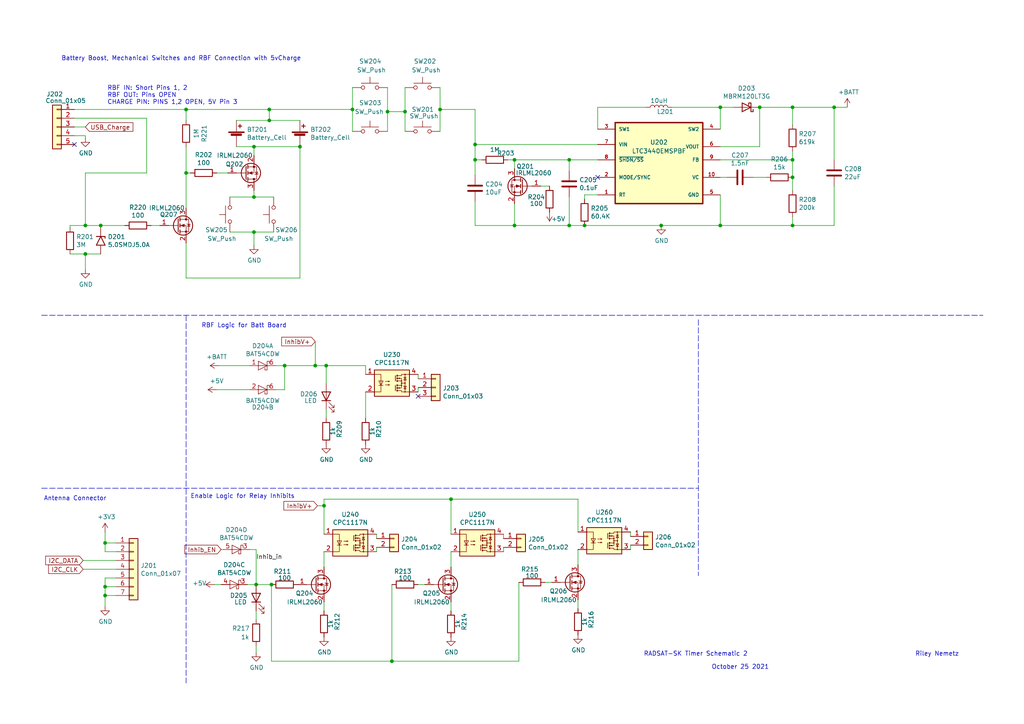
<source format=kicad_sch>
(kicad_sch (version 20211123) (generator eeschema)
  (paper "A4")
  (lib_symbols
    (symbol "BAT54CDW:BAT54CDW" (pin_names (offset 1.016) hide)
      (property "Reference" "D" (at 0 2.54 0))
      (property "Value" "BAT54CDW" (at 0 -2.54 0))
      (symbol "BAT54CDW_0_1"
        (polyline (pts (xy 1.27 -1.27) (xy 1.27 1.27)))
        (polyline (pts (xy 1.27 0) (xy -1.27 0)))
        (polyline (pts (xy 1.27 1.27) (xy -1.27 0) (xy 1.27 -1.27)))
        (polyline (pts (xy -0.635 0.635) (xy -0.635 1.27) (xy -1.27 1.27) (xy -1.27 -1.27) (xy -1.905 -1.27) (xy -1.905 -0.635)))
      )
      (symbol "BAT54CDW_1_1"
        (pin passive line (at 3.81 0 180) (length 2.54) (name "A") (number "1"))
        (pin passive line (at -3.81 0 0) (length 2.54) (name "K") (number "6"))
      )
      (symbol "BAT54CDW_2_1"
        (pin passive line (at 3.81 0 180) (length 2.54) (name "A") (number "2"))
        (pin passive line (at -3.81 0 0) (length 2.54) (name "K") (number "6"))
      )
      (symbol "BAT54CDW_3_1"
        (pin passive line (at -3.81 0 0) (length 2.54) (name "K") (number "3"))
        (pin passive line (at 3.81 0 180) (length 2.54) (name "A") (number "4"))
      )
      (symbol "BAT54CDW_4_1"
        (pin passive line (at -3.81 0 0) (length 2.54) (name "K") (number "3"))
        (pin passive line (at 3.81 0 180) (length 2.54) (name "A") (number "5"))
      )
    )
    (symbol "Connector_Generic:Conn_01x02" (pin_names (offset 1.016) hide)
      (property "Reference" "J" (at 0 2.54 0))
      (property "Value" "Conn_01x02" (at 0 -5.08 0))
      (symbol "Conn_01x02_1_1"
        (rectangle (start -1.27 -2.413) (end 0 -2.667) (stroke (width 0.1524)))
        (rectangle (start -1.27 0.127) (end 0 -0.127) (stroke (width 0.1524)))
        (rectangle (start -1.27 1.27) (end 1.27 -3.81) (stroke (width 0.254)) (fill (type background)))
        (pin passive line (at -5.08 0 0) (length 3.81) (name "Pin_1") (number "1"))
        (pin passive line (at -5.08 -2.54 0) (length 3.81) (name "Pin_2") (number "2"))
      )
    )
    (symbol "Connector_Generic:Conn_01x03" (pin_names (offset 1.016) hide)
      (property "Reference" "J" (at 0 5.08 0))
      (property "Value" "Conn_01x03" (at 0 -5.08 0))
      (symbol "Conn_01x03_1_1"
        (rectangle (start -1.27 -2.413) (end 0 -2.667) (stroke (width 0.1524)))
        (rectangle (start -1.27 0.127) (end 0 -0.127) (stroke (width 0.1524)))
        (rectangle (start -1.27 2.667) (end 0 2.413) (stroke (width 0.1524)))
        (rectangle (start -1.27 3.81) (end 1.27 -3.81) (stroke (width 0.254)) (fill (type background)))
        (pin passive line (at -5.08 2.54 0) (length 3.81) (name "Pin_1") (number "1"))
        (pin passive line (at -5.08 0 0) (length 3.81) (name "Pin_2") (number "2"))
        (pin passive line (at -5.08 -2.54 0) (length 3.81) (name "Pin_3") (number "3"))
      )
    )
    (symbol "Connector_Generic:Conn_01x05" (pin_names (offset 1.016) hide)
      (property "Reference" "J" (at 0 7.62 0))
      (property "Value" "Conn_01x05" (at 0 -7.62 0))
      (symbol "Conn_01x05_1_1"
        (rectangle (start -1.27 -4.953) (end 0 -5.207) (stroke (width 0.1524)))
        (rectangle (start -1.27 -2.413) (end 0 -2.667) (stroke (width 0.1524)))
        (rectangle (start -1.27 0.127) (end 0 -0.127) (stroke (width 0.1524)))
        (rectangle (start -1.27 2.667) (end 0 2.413) (stroke (width 0.1524)))
        (rectangle (start -1.27 5.207) (end 0 4.953) (stroke (width 0.1524)))
        (rectangle (start -1.27 6.35) (end 1.27 -6.35) (stroke (width 0.254)) (fill (type background)))
        (pin passive line (at -5.08 5.08 0) (length 3.81) (name "Pin_1") (number "1"))
        (pin passive line (at -5.08 2.54 0) (length 3.81) (name "Pin_2") (number "2"))
        (pin passive line (at -5.08 0 0) (length 3.81) (name "Pin_3") (number "3"))
        (pin passive line (at -5.08 -2.54 0) (length 3.81) (name "Pin_4") (number "4"))
        (pin passive line (at -5.08 -5.08 0) (length 3.81) (name "Pin_5") (number "5"))
      )
    )
    (symbol "Connector_Generic:Conn_01x07" (pin_names (offset 1.016) hide)
      (property "Reference" "J" (at 0 10.16 0))
      (property "Value" "Conn_01x07" (at 0 -10.16 0))
      (symbol "Conn_01x07_1_1"
        (rectangle (start -1.27 -7.493) (end 0 -7.747) (stroke (width 0.1524)))
        (rectangle (start -1.27 -4.953) (end 0 -5.207) (stroke (width 0.1524)))
        (rectangle (start -1.27 -2.413) (end 0 -2.667) (stroke (width 0.1524)))
        (rectangle (start -1.27 0.127) (end 0 -0.127) (stroke (width 0.1524)))
        (rectangle (start -1.27 2.667) (end 0 2.413) (stroke (width 0.1524)))
        (rectangle (start -1.27 5.207) (end 0 4.953) (stroke (width 0.1524)))
        (rectangle (start -1.27 7.747) (end 0 7.493) (stroke (width 0.1524)))
        (rectangle (start -1.27 8.89) (end 1.27 -8.89) (stroke (width 0.254)) (fill (type background)))
        (pin passive line (at -5.08 7.62 0) (length 3.81) (name "Pin_1") (number "1"))
        (pin passive line (at -5.08 5.08 0) (length 3.81) (name "Pin_2") (number "2"))
        (pin passive line (at -5.08 2.54 0) (length 3.81) (name "Pin_3") (number "3"))
        (pin passive line (at -5.08 0 0) (length 3.81) (name "Pin_4") (number "4"))
        (pin passive line (at -5.08 -2.54 0) (length 3.81) (name "Pin_5") (number "5"))
        (pin passive line (at -5.08 -5.08 0) (length 3.81) (name "Pin_6") (number "6"))
        (pin passive line (at -5.08 -7.62 0) (length 3.81) (name "Pin_7") (number "7"))
      )
    )
    (symbol "Device:Battery_Cell" (pin_numbers hide) (pin_names (offset 0) hide)
      (property "Reference" "BT" (at 2.54 2.54 0))
      (property "Value" "Battery_Cell" (at 2.54 0 0))
      (symbol "Battery_Cell_0_1"
        (rectangle (start -2.286 1.778) (end 2.286 1.524) (fill (type outline)))
        (rectangle (start -1.5748 1.1938) (end 1.4732 0.6858) (fill (type outline)))
        (polyline (pts (xy 0 0.762) (xy 0 0)))
        (polyline (pts (xy 0 1.778) (xy 0 2.54)))
        (polyline (pts (xy 0.508 3.429) (xy 1.524 3.429)) (stroke (width 0.254)))
        (polyline (pts (xy 1.016 3.937) (xy 1.016 2.921)) (stroke (width 0.254)))
      )
      (symbol "Battery_Cell_1_1"
        (pin passive line (at 0 5.08 270) (length 2.54) (name "+") (number "1"))
        (pin passive line (at 0 -2.54 90) (length 2.54) (name "-") (number "2"))
      )
    )
    (symbol "Device:C" (pin_numbers hide) (pin_names (offset 0.254))
      (property "Reference" "C" (at 0.635 2.54 0))
      (property "Value" "C" (at 0.635 -2.54 0))
      (symbol "C_0_1"
        (polyline (pts (xy -2.032 -0.762) (xy 2.032 -0.762)) (stroke (width 0.508)))
        (polyline (pts (xy -2.032 0.762) (xy 2.032 0.762)) (stroke (width 0.508)))
      )
      (symbol "C_1_1"
        (pin passive line (at 0 3.81 270) (length 2.794) (name "~") (number "1"))
        (pin passive line (at 0 -3.81 90) (length 2.794) (name "~") (number "2"))
      )
    )
    (symbol "Device:D_Schottky" (pin_numbers hide) (pin_names (offset 1.016) hide)
      (property "Reference" "D" (at 0 2.54 0))
      (property "Value" "D_Schottky" (at 0 -2.54 0))
      (symbol "D_Schottky_0_1"
        (polyline (pts (xy 1.27 0) (xy -1.27 0)))
        (polyline (pts (xy 1.27 1.27) (xy 1.27 -1.27) (xy -1.27 0) (xy 1.27 1.27)) (stroke (width 0.254)))
        (polyline (pts (xy -1.905 0.635) (xy -1.905 1.27) (xy -1.27 1.27) (xy -1.27 -1.27) (xy -0.635 -1.27) (xy -0.635 -0.635)) (stroke (width 0.254)))
      )
      (symbol "D_Schottky_1_1"
        (pin passive line (at -3.81 0 0) (length 2.54) (name "K") (number "1"))
        (pin passive line (at 3.81 0 180) (length 2.54) (name "A") (number "2"))
      )
    )
    (symbol "Device:L" (pin_numbers hide) (pin_names (offset 1.016) hide)
      (property "Reference" "L" (at -1.27 0 90))
      (property "Value" "L" (at 1.905 0 90))
      (symbol "L_0_1"
        (arc (start 0 -2.54) (mid 0.635 -1.905) (end 0 -1.27))
        (arc (start 0 -1.27) (mid 0.635 -0.635) (end 0 0))
        (arc (start 0 0) (mid 0.635 0.635) (end 0 1.27))
        (arc (start 0 1.27) (mid 0.635 1.905) (end 0 2.54))
      )
      (symbol "L_1_1"
        (pin passive line (at 0 3.81 270) (length 1.27) (name "1") (number "1"))
        (pin passive line (at 0 -3.81 90) (length 1.27) (name "2") (number "2"))
      )
    )
    (symbol "Device:LED" (pin_numbers hide) (pin_names (offset 1.016) hide)
      (property "Reference" "D" (at 0 2.54 0))
      (property "Value" "LED" (at 0 -2.54 0))
      (symbol "LED_0_1"
        (polyline (pts (xy -1.27 -1.27) (xy -1.27 1.27)) (stroke (width 0.254)))
        (polyline (pts (xy -1.27 0) (xy 1.27 0)))
        (polyline (pts (xy 1.27 -1.27) (xy 1.27 1.27) (xy -1.27 0) (xy 1.27 -1.27)) (stroke (width 0.254)))
        (polyline (pts (xy -3.048 -0.762) (xy -4.572 -2.286) (xy -3.81 -2.286) (xy -4.572 -2.286) (xy -4.572 -1.524)))
        (polyline (pts (xy -1.778 -0.762) (xy -3.302 -2.286) (xy -2.54 -2.286) (xy -3.302 -2.286) (xy -3.302 -1.524)))
      )
      (symbol "LED_1_1"
        (pin passive line (at -3.81 0 0) (length 2.54) (name "K") (number "1"))
        (pin passive line (at 3.81 0 180) (length 2.54) (name "A") (number "2"))
      )
    )
    (symbol "Device:R" (pin_numbers hide) (pin_names (offset 0))
      (property "Reference" "R" (at 2.032 0 90))
      (property "Value" "R" (at 0 0 90))
      (symbol "R_0_1"
        (rectangle (start -1.016 -2.54) (end 1.016 2.54) (stroke (width 0.254)))
      )
      (symbol "R_1_1"
        (pin passive line (at 0 3.81 270) (length 1.27) (name "~") (number "1"))
        (pin passive line (at 0 -3.81 90) (length 1.27) (name "~") (number "2"))
      )
    )
    (symbol "Diode:SM6T6V8A" (pin_numbers hide) (pin_names (offset 1.016) hide)
      (property "Reference" "D" (at 0 2.54 0))
      (property "Value" "SM6T6V8A" (at 0 -2.54 0))
      (symbol "SM6T6V8A_0_1"
        (polyline (pts (xy -0.762 1.27) (xy -1.27 1.27) (xy -1.27 -1.27)) (stroke (width 0.254)))
        (polyline (pts (xy 1.27 1.27) (xy 1.27 -1.27) (xy -1.27 0) (xy 1.27 1.27)) (stroke (width 0.254)))
      )
      (symbol "SM6T6V8A_1_1"
        (pin passive line (at -3.81 0 0) (length 2.54) (name "A1") (number "1"))
        (pin passive line (at 3.81 0 180) (length 2.54) (name "A2") (number "2"))
      )
    )
    (symbol "LTC3440EMSPBF:LTC3440EMSPBF" (pin_names (offset 1.016))
      (property "Reference" "U" (at -4.7244 14.351 0))
      (property "Value" "LTC3440EMSPBF" (at -4.8006 -23.4188 0))
      (symbol "LTC3440EMSPBF_0_0"
        (rectangle (start -12.7 -10.795) (end 12.7 12.7) (stroke (width 0.4064)) (fill (type background)))
        (pin passive line (at -17.78 -8.255 0) (length 5.08) (name "RT") (number "1"))
        (pin output line (at 17.78 -3.175 180) (length 5.08) (name "VC") (number "10"))
        (pin input line (at -17.78 -3.175 0) (length 5.08) (name "MODE/SYNC") (number "2"))
        (pin passive line (at -17.78 10.795 0) (length 5.08) (name "SW1") (number "3"))
        (pin passive line (at 17.78 10.795 180) (length 5.08) (name "SW2") (number "4"))
        (pin passive line (at 17.78 -8.255 180) (length 5.08) (name "GND") (number "5"))
        (pin output line (at 17.78 5.715 180) (length 5.08) (name "VOUT") (number "6"))
        (pin power_in line (at -17.78 6.35 0) (length 5.08) (name "VIN") (number "7"))
        (pin input line (at -17.78 1.905 0) (length 5.08) (name "~{SHDN/SS}") (number "8"))
        (pin input line (at 17.78 1.905 180) (length 5.08) (name "FB") (number "9"))
      )
    )
    (symbol "Relay_SolidState:CPC1117N"
      (property "Reference" "U" (at -5.08 5.08 0))
      (property "Value" "CPC1117N" (at 0 5.08 0))
      (symbol "CPC1117N_0_1"
        (rectangle (start -5.08 3.81) (end 5.08 -3.81) (stroke (width 0.254)) (fill (type background)))
        (polyline (pts (xy -3.81 -0.635) (xy -2.54 -0.635)))
        (polyline (pts (xy 1.016 -0.635) (xy 1.016 -2.159)) (stroke (width 0.2032)))
        (polyline (pts (xy 1.016 2.159) (xy 1.016 0.635)) (stroke (width 0.2032)))
        (polyline (pts (xy 1.524 -0.508) (xy 1.524 -0.762)) (stroke (width 0.3556)))
        (polyline (pts (xy 2.794 0) (xy 3.81 0)))
        (polyline (pts (xy 3.429 -1.651) (xy 4.191 -1.651)))
        (polyline (pts (xy 3.429 1.651) (xy 4.191 1.651)))
        (polyline (pts (xy 3.81 -2.54) (xy 3.81 2.54)))
        (polyline (pts (xy 1.524 -2.032) (xy 1.524 -2.286) (xy 1.524 -2.286)) (stroke (width 0.3556)))
        (polyline (pts (xy 1.524 -1.27) (xy 1.524 -1.524) (xy 1.524 -1.524)) (stroke (width 0.3556)))
        (polyline (pts (xy 1.524 0.762) (xy 1.524 0.508) (xy 1.524 0.508)) (stroke (width 0.3556)))
        (polyline (pts (xy 1.524 1.524) (xy 1.524 1.27) (xy 1.524 1.27)) (stroke (width 0.3556)))
        (polyline (pts (xy 1.524 2.286) (xy 1.524 2.032) (xy 1.524 2.032)) (stroke (width 0.3556)))
        (polyline (pts (xy 1.651 -1.397) (xy 2.794 -1.397) (xy 2.794 -0.635)))
        (polyline (pts (xy 1.651 1.397) (xy 2.794 1.397) (xy 2.794 0.635)))
        (polyline (pts (xy -5.08 2.54) (xy -3.175 2.54) (xy -3.175 -2.54) (xy -5.08 -2.54)))
        (polyline (pts (xy -3.175 -0.635) (xy -3.81 0.635) (xy -2.54 0.635) (xy -3.175 -0.635)))
        (polyline (pts (xy 1.651 -2.159) (xy 2.794 -2.159) (xy 2.794 -2.54) (xy 5.08 -2.54)))
        (polyline (pts (xy 1.651 -0.635) (xy 2.794 -0.635) (xy 2.794 0.635) (xy 1.651 0.635)))
        (polyline (pts (xy 1.651 2.159) (xy 2.794 2.159) (xy 2.794 2.54) (xy 5.08 2.54)))
        (polyline (pts (xy 1.778 -1.397) (xy 2.286 -1.27) (xy 2.286 -1.524) (xy 1.778 -1.397)))
        (polyline (pts (xy 1.778 1.397) (xy 2.286 1.524) (xy 2.286 1.27) (xy 1.778 1.397)))
        (polyline (pts (xy 3.81 -1.651) (xy 3.429 -0.889) (xy 4.191 -0.889) (xy 3.81 -1.651)))
        (polyline (pts (xy 3.81 1.651) (xy 3.429 0.889) (xy 4.191 0.889) (xy 3.81 1.651)))
        (polyline (pts (xy -1.905 -0.508) (xy -0.635 -0.508) (xy -1.016 -0.635) (xy -1.016 -0.381) (xy -0.635 -0.508)))
        (polyline (pts (xy -1.905 0.508) (xy -0.635 0.508) (xy -1.016 0.381) (xy -1.016 0.635) (xy -0.635 0.508)))
        (circle (center 2.794 -0.635) (radius 0.127))
        (circle (center 2.794 0) (radius 0.127))
        (circle (center 2.794 0.635) (radius 0.127))
        (circle (center 3.81 -2.54) (radius 0.127))
        (circle (center 3.81 0) (radius 0.127))
        (circle (center 3.81 2.54) (radius 0.127))
      )
      (symbol "CPC1117N_1_1"
        (pin passive line (at -7.62 2.54 0) (length 2.54) (name "~") (number "1"))
        (pin passive line (at -7.62 -2.54 0) (length 2.54) (name "~") (number "2"))
        (pin passive line (at 7.62 -2.54 180) (length 2.54) (name "~") (number "3"))
        (pin passive line (at 7.62 2.54 180) (length 2.54) (name "~") (number "4"))
      )
    )
    (symbol "Switch:SW_Push" (pin_numbers hide) (pin_names (offset 1.016) hide)
      (property "Reference" "SW" (at 1.27 2.54 0))
      (property "Value" "SW_Push" (at 0 -1.524 0))
      (symbol "SW_Push_0_1"
        (circle (center -2.032 0) (radius 0.508))
        (polyline (pts (xy 0 1.27) (xy 0 3.048)))
        (polyline (pts (xy 2.54 1.27) (xy -2.54 1.27)))
        (circle (center 2.032 0) (radius 0.508))
        (pin passive line (at -5.08 0 0) (length 2.54) (name "1") (number "1"))
        (pin passive line (at 5.08 0 180) (length 2.54) (name "2") (number "2"))
      )
    )
    (symbol "Transistor_FET:IRLML2060" (pin_names hide)
      (property "Reference" "Q" (at 5.08 1.905 0))
      (property "Value" "IRLML2060" (at 5.08 0 0))
      (symbol "IRLML2060_0_1"
        (polyline (pts (xy 0.254 0) (xy -2.54 0)))
        (polyline (pts (xy 0.254 1.905) (xy 0.254 -1.905)) (stroke (width 0.254)))
        (polyline (pts (xy 0.762 -1.27) (xy 0.762 -2.286)) (stroke (width 0.254)))
        (polyline (pts (xy 0.762 0.508) (xy 0.762 -0.508)) (stroke (width 0.254)))
        (polyline (pts (xy 0.762 2.286) (xy 0.762 1.27)) (stroke (width 0.254)))
        (polyline (pts (xy 2.54 2.54) (xy 2.54 1.778)))
        (polyline (pts (xy 2.54 -2.54) (xy 2.54 0) (xy 0.762 0)))
        (polyline (pts (xy 0.762 -1.778) (xy 3.302 -1.778) (xy 3.302 1.778) (xy 0.762 1.778)))
        (polyline (pts (xy 1.016 0) (xy 2.032 0.381) (xy 2.032 -0.381) (xy 1.016 0)) (fill (type outline)))
        (polyline (pts (xy 2.794 0.508) (xy 2.921 0.381) (xy 3.683 0.381) (xy 3.81 0.254)))
        (polyline (pts (xy 3.302 0.381) (xy 2.921 -0.254) (xy 3.683 -0.254) (xy 3.302 0.381)))
        (circle (center 1.651 0) (radius 2.794) (stroke (width 0.254)))
        (circle (center 2.54 -1.778) (radius 0.254) (fill (type outline)))
        (circle (center 2.54 1.778) (radius 0.254) (fill (type outline)))
      )
      (symbol "IRLML2060_1_1"
        (pin input line (at -5.08 0 0) (length 2.54) (name "G") (number "1"))
        (pin passive line (at 2.54 -5.08 90) (length 2.54) (name "S") (number "2"))
        (pin passive line (at 2.54 5.08 270) (length 2.54) (name "D") (number "3"))
      )
    )
    (symbol "power:+3V3" (power) (pin_names (offset 0))
      (property "Value" "+3V3" (at 0 3.556 0))
      (symbol "+3V3_0_1"
        (polyline (pts (xy -0.762 1.27) (xy 0 2.54)))
        (polyline (pts (xy 0 0) (xy 0 2.54)))
        (polyline (pts (xy 0 2.54) (xy 0.762 1.27)))
      )
      (symbol "+3V3_1_1"
        (pin power_in line (at 0 0 90) (length 0) hide (name "+3V3") (number "1"))
      )
    )
    (symbol "power:+5V" (power) (pin_names (offset 0))
      (property "Value" "+5V" (at 0 3.556 0))
      (symbol "+5V_0_1"
        (polyline (pts (xy -0.762 1.27) (xy 0 2.54)))
        (polyline (pts (xy 0 0) (xy 0 2.54)))
        (polyline (pts (xy 0 2.54) (xy 0.762 1.27)))
      )
      (symbol "+5V_1_1"
        (pin power_in line (at 0 0 90) (length 0) hide (name "+5V") (number "1"))
      )
    )
    (symbol "power:+BATT" (power) (pin_names (offset 0))
      (property "Value" "+BATT" (at 0 3.556 0))
      (symbol "+BATT_0_1"
        (polyline (pts (xy -0.762 1.27) (xy 0 2.54)))
        (polyline (pts (xy 0 0) (xy 0 2.54)))
        (polyline (pts (xy 0 2.54) (xy 0.762 1.27)))
      )
      (symbol "+BATT_1_1"
        (pin power_in line (at 0 0 90) (length 0) hide (name "+BATT") (number "1"))
      )
    )
    (symbol "power:GND" (power) (pin_names (offset 0))
      (property "Value" "GND" (at 0 -3.81 0))
      (symbol "GND_0_1"
        (polyline (pts (xy 0 0) (xy 0 -1.27) (xy 1.27 -1.27) (xy 0 -2.54) (xy -1.27 -1.27) (xy 0 -1.27)))
      )
      (symbol "GND_1_1"
        (pin power_in line (at 0 0 270) (length 0) hide (name "GND") (number "1"))
      )
    )
  )
  (junction (at 113.665 191.77))
  (junction (at 73.66 67.31))
  (junction (at 30.48 170.18))
  (junction (at 30.48 172.72))
  (junction (at 93.98 146.685))
  (junction (at 229.87 31.115))
  (junction (at 229.87 65.405))
  (junction (at 78.105 34.925))
  (junction (at 165.1 65.405))
  (junction (at 53.975 50.165))
  (junction (at 24.765 73.66))
  (junction (at 220.345 31.115))
  (junction (at 165.1 46.355))
  (junction (at 30.48 157.48))
  (junction (at 73.66 42.545))
  (junction (at 73.66 57.15))
  (junction (at 102.235 31.75))
  (junction (at 169.545 65.405))
  (junction (at 191.77 65.405))
  (junction (at 29.21 65.405))
  (junction (at 78.74 169.545))
  (junction (at 149.225 46.355))
  (junction (at 78.105 31.75))
  (junction (at 91.44 106.045))
  (junction (at 74.295 169.545))
  (junction (at 117.475 32.385))
  (junction (at 149.225 65.405))
  (junction (at 112.395 32.385))
  (junction (at 137.795 46.355))
  (junction (at 229.87 46.355))
  (junction (at 127.635 31.75))
  (junction (at 137.795 41.91))
  (junction (at 53.975 31.75))
  (junction (at 241.935 31.115))
  (junction (at 86.995 42.545))
  (junction (at 208.915 31.115))
  (junction (at 24.765 65.405))
  (junction (at 82.55 106.045))
  (junction (at 130.81 144.78))
  (junction (at 229.87 51.435))
  (junction (at 208.915 65.405))
  (junction (at 94.615 106.045))
  (no_connect (at 21.59 41.91))
  (no_connect (at 173.355 51.435))
  (no_connect (at 121.285 114.935))
  (wire (pts (xy 127.635 25.4) (xy 127.635 31.75)))
  (wire (pts (xy 121.285 169.545) (xy 123.19 169.545)))
  (wire (pts (xy 24.765 73.66) (xy 20.32 73.66)))
  (wire (pts (xy 82.55 106.045) (xy 91.44 106.045)))
  (wire (pts (xy 112.395 32.385) (xy 112.395 38.1)))
  (wire (pts (xy 53.975 31.75) (xy 78.105 31.75)))
  (wire (pts (xy 137.795 46.355) (xy 137.795 41.91)))
  (wire (pts (xy 78.105 31.75) (xy 78.105 34.925)))
  (wire (pts (xy 30.48 157.48) (xy 30.48 160.02)))
  (wire (pts (xy 30.48 157.48) (xy 30.48 154.305)))
  (wire (pts (xy 137.795 65.405) (xy 149.225 65.405)))
  (wire (pts (xy 229.87 65.405) (xy 208.915 65.405)))
  (wire (pts (xy 165.1 57.15) (xy 165.1 65.405)))
  (wire (pts (xy 137.795 46.355) (xy 139.7 46.355)))
  (wire (pts (xy 33.655 170.18) (xy 30.48 170.18)))
  (wire (pts (xy 24.765 65.405) (xy 20.32 65.405)))
  (wire (pts (xy 137.795 31.75) (xy 127.635 31.75)))
  (wire (pts (xy 241.935 31.115) (xy 229.87 31.115)))
  (wire (pts (xy 29.21 73.66) (xy 24.765 73.66)))
  (wire (pts (xy 33.655 162.56) (xy 24.13 162.56)))
  (wire (pts (xy 173.355 56.515) (xy 169.545 56.515)))
  (wire (pts (xy 229.87 43.815) (xy 229.87 46.355)))
  (wire (pts (xy 74.295 159.385) (xy 74.295 169.545)))
  (wire (pts (xy 53.975 60.325) (xy 53.975 50.165)))
  (wire (pts (xy 146.05 160.02) (xy 146.05 158.75)))
  (wire (pts (xy 137.795 31.75) (xy 137.795 41.91)))
  (wire (pts (xy 241.935 46.355) (xy 241.935 31.115)))
  (wire (pts (xy 74.295 187.325) (xy 74.295 189.23)))
  (wire (pts (xy 121.285 109.855) (xy 121.285 108.585)))
  (wire (pts (xy 156.845 53.975) (xy 159.385 53.975)))
  (wire (pts (xy 30.48 167.64) (xy 30.48 170.18)))
  (wire (pts (xy 78.74 169.545) (xy 74.295 169.545)))
  (wire (pts (xy 229.87 31.115) (xy 220.345 31.115)))
  (wire (pts (xy 92.075 146.685) (xy 93.98 146.685)))
  (wire (pts (xy 93.98 174.625) (xy 93.98 177.165)))
  (wire (pts (xy 93.98 144.78) (xy 130.81 144.78)))
  (wire (pts (xy 78.105 34.925) (xy 86.995 34.925)))
  (wire (pts (xy 78.74 169.545) (xy 78.74 191.77)))
  (wire (pts (xy 167.64 144.78) (xy 167.64 154.305)))
  (wire (pts (xy 165.1 65.405) (xy 169.545 65.405)))
  (wire (pts (xy 63.5 106.045) (xy 72.39 106.045)))
  (wire (pts (xy 71.755 169.545) (xy 74.295 169.545)))
  (wire (pts (xy 149.225 59.055) (xy 149.225 65.405)))
  (wire (pts (xy 146.05 156.21) (xy 146.05 154.94)))
  (wire (pts (xy 62.865 50.165) (xy 66.04 50.165)))
  (wire (pts (xy 137.795 41.91) (xy 173.355 41.91)))
  (wire (pts (xy 191.77 65.405) (xy 208.915 65.405)))
  (wire (pts (xy 241.935 65.405) (xy 229.87 65.405)))
  (wire (pts (xy 24.765 73.66) (xy 24.765 78.105)))
  (wire (pts (xy 93.98 154.94) (xy 93.98 146.685)))
  (wire (pts (xy 82.55 106.045) (xy 80.01 106.045)))
  (wire (pts (xy 229.87 51.435) (xy 229.87 55.245)))
  (wire (pts (xy 169.545 65.405) (xy 191.77 65.405)))
  (wire (pts (xy 36.195 65.405) (xy 29.21 65.405)))
  (wire (pts (xy 149.225 65.405) (xy 165.1 65.405)))
  (polyline (pts (xy 53.975 91.44) (xy 53.975 198.12)))
  (wire (pts (xy 33.655 157.48) (xy 30.48 157.48)))
  (polyline (pts (xy 202.565 92.71) (xy 202.565 167.005)))
  (wire (pts (xy 130.81 154.94) (xy 130.81 144.78)))
  (wire (pts (xy 117.475 25.4) (xy 117.475 32.385)))
  (wire (pts (xy 73.66 45.085) (xy 73.66 42.545)))
  (wire (pts (xy 72.39 113.03) (xy 62.865 113.03)))
  (wire (pts (xy 21.59 39.37) (xy 24.765 39.37)))
  (wire (pts (xy 53.975 42.545) (xy 53.975 50.165)))
  (wire (pts (xy 220.345 42.545) (xy 220.345 31.115)))
  (wire (pts (xy 93.98 146.685) (xy 93.98 144.78)))
  (wire (pts (xy 24.765 65.405) (xy 29.21 65.405)))
  (wire (pts (xy 137.795 50.8) (xy 137.795 46.355)))
  (wire (pts (xy 93.98 164.465) (xy 93.98 160.02)))
  (wire (pts (xy 229.87 62.865) (xy 229.87 65.405)))
  (wire (pts (xy 73.66 67.31) (xy 79.375 67.31)))
  (wire (pts (xy 66.675 57.15) (xy 73.66 57.15)))
  (wire (pts (xy 72.39 159.385) (xy 74.295 159.385)))
  (wire (pts (xy 64.135 159.385) (xy 64.77 159.385)))
  (wire (pts (xy 33.655 172.72) (xy 30.48 172.72)))
  (wire (pts (xy 109.22 158.75) (xy 109.22 160.02)))
  (wire (pts (xy 106.045 113.665) (xy 106.045 121.285)))
  (wire (pts (xy 102.235 31.75) (xy 102.235 25.4)))
  (wire (pts (xy 24.765 39.37) (xy 24.765 40.005)))
  (wire (pts (xy 78.74 191.77) (xy 113.665 191.77)))
  (wire (pts (xy 113.665 191.77) (xy 150.495 191.77)))
  (wire (pts (xy 53.975 34.925) (xy 53.975 31.75)))
  (wire (pts (xy 21.59 36.83) (xy 24.765 36.83)))
  (wire (pts (xy 165.1 49.53) (xy 165.1 46.355)))
  (wire (pts (xy 106.045 106.045) (xy 106.045 108.585)))
  (wire (pts (xy 73.66 67.31) (xy 73.66 71.12)))
  (wire (pts (xy 21.59 31.75) (xy 53.975 31.75)))
  (wire (pts (xy 112.395 25.4) (xy 112.395 32.385)))
  (wire (pts (xy 53.975 70.485) (xy 53.975 80.645)))
  (wire (pts (xy 208.915 42.545) (xy 220.345 42.545)))
  (wire (pts (xy 130.81 174.625) (xy 130.81 177.165)))
  (wire (pts (xy 229.87 46.355) (xy 229.87 51.435)))
  (wire (pts (xy 130.81 164.465) (xy 130.81 160.02)))
  (wire (pts (xy 62.23 169.545) (xy 64.135 169.545)))
  (wire (pts (xy 74.295 177.165) (xy 74.295 179.705)))
  (wire (pts (xy 173.355 31.115) (xy 187.325 31.115)))
  (polyline (pts (xy 12.065 141.605) (xy 202.565 141.605)))
  (wire (pts (xy 208.915 31.115) (xy 212.725 31.115)))
  (wire (pts (xy 78.105 31.75) (xy 102.235 31.75)))
  (wire (pts (xy 80.01 113.03) (xy 82.55 113.03)))
  (wire (pts (xy 149.225 48.895) (xy 149.225 46.355)))
  (polyline (pts (xy 12.065 91.44) (xy 285.115 91.44)))
  (wire (pts (xy 137.795 58.42) (xy 137.795 65.405)))
  (wire (pts (xy 112.395 32.385) (xy 117.475 32.385)))
  (wire (pts (xy 43.815 65.405) (xy 46.355 65.405)))
  (wire (pts (xy 94.615 106.045) (xy 106.045 106.045)))
  (wire (pts (xy 82.55 106.045) (xy 82.55 113.03)))
  (wire (pts (xy 208.915 51.435) (xy 210.82 51.435)))
  (wire (pts (xy 91.44 106.045) (xy 94.615 106.045)))
  (wire (pts (xy 241.935 31.115) (xy 245.745 31.115)))
  (wire (pts (xy 208.915 31.115) (xy 208.915 37.465)))
  (wire (pts (xy 149.225 46.355) (xy 165.1 46.355)))
  (wire (pts (xy 121.285 112.395) (xy 121.285 113.665)))
  (wire (pts (xy 117.475 32.385) (xy 117.475 38.1)))
  (wire (pts (xy 182.88 158.115) (xy 182.88 159.385)))
  (wire (pts (xy 149.225 46.355) (xy 147.32 46.355)))
  (wire (pts (xy 20.32 65.405) (xy 20.32 66.04)))
  (wire (pts (xy 130.81 144.78) (xy 167.64 144.78)))
  (wire (pts (xy 33.655 165.1) (xy 24.13 165.1)))
  (wire (pts (xy 73.66 42.545) (xy 86.995 42.545)))
  (wire (pts (xy 30.48 160.02) (xy 33.655 160.02)))
  (wire (pts (xy 229.87 36.195) (xy 229.87 31.115)))
  (wire (pts (xy 109.22 156.21) (xy 109.22 154.94)))
  (wire (pts (xy 30.48 172.72) (xy 30.48 175.895)))
  (wire (pts (xy 73.66 57.15) (xy 73.66 55.245)))
  (wire (pts (xy 55.245 50.165) (xy 53.975 50.165)))
  (wire (pts (xy 208.915 46.355) (xy 229.87 46.355)))
  (wire (pts (xy 208.915 65.405) (xy 208.915 56.515)))
  (wire (pts (xy 158.115 168.91) (xy 160.02 168.91)))
  (wire (pts (xy 169.545 56.515) (xy 169.545 57.785)))
  (wire (pts (xy 94.615 111.125) (xy 94.615 106.045)))
  (wire (pts (xy 73.66 57.15) (xy 79.375 57.15)))
  (wire (pts (xy 42.545 34.29) (xy 21.59 34.29)))
  (wire (pts (xy 42.545 34.29) (xy 42.545 50.165)))
  (wire (pts (xy 30.48 167.64) (xy 33.655 167.64)))
  (wire (pts (xy 127.635 31.75) (xy 127.635 38.1)))
  (wire (pts (xy 165.1 46.355) (xy 173.355 46.355)))
  (wire (pts (xy 68.58 34.925) (xy 78.105 34.925)))
  (wire (pts (xy 173.355 37.465) (xy 173.355 31.115)))
  (wire (pts (xy 53.975 80.645) (xy 86.995 80.645)))
  (wire (pts (xy 194.945 31.115) (xy 208.915 31.115)))
  (wire (pts (xy 68.58 42.545) (xy 73.66 42.545)))
  (wire (pts (xy 86.995 42.545) (xy 86.995 80.645)))
  (wire (pts (xy 66.675 67.31) (xy 73.66 67.31)))
  (wire (pts (xy 29.21 66.04) (xy 29.21 65.405)))
  (wire (pts (xy 102.235 38.1) (xy 102.235 31.75)))
  (wire (pts (xy 167.64 163.83) (xy 167.64 159.385)))
  (wire (pts (xy 91.44 99.06) (xy 91.44 106.045)))
  (wire (pts (xy 94.615 118.745) (xy 94.615 121.285)))
  (wire (pts (xy 241.935 53.975) (xy 241.935 65.405)))
  (wire (pts (xy 113.665 169.545) (xy 113.665 191.77)))
  (wire (pts (xy 30.48 170.18) (xy 30.48 172.72)))
  (wire (pts (xy 150.495 191.77) (xy 150.495 168.91)))
  (wire (pts (xy 218.44 51.435) (xy 222.25 51.435)))
  (wire (pts (xy 42.545 50.165) (xy 24.765 50.165)))
  (wire (pts (xy 24.765 50.165) (xy 24.765 65.405)))
  (wire (pts (xy 167.64 173.99) (xy 167.64 176.53)))
  (wire (pts (xy 182.88 155.575) (xy 182.88 154.305)))
  (text "RADSAT-SK Timer Schematic 2" (at 186.69 190.5 0) (effects (font (size 1.27 1.27)) (justify left bottom)))
  (text "Battery Boost, Mechanical Switches and RBF Connection with 5vCharge" (at 17.78 17.78 0) (effects (font (size 1.27 1.27)) (justify left bottom)))
  (text "Riley Nemetz" (at 265.43 190.5 0) (effects (font (size 1.27 1.27)) (justify left bottom)))
  (text "RBF Logic for Batt Board" (at 58.42 95.25 0) (effects (font (size 1.27 1.27)) (justify left bottom)))
  (text "Antenna Connector" (at 12.7 145.415 0) (effects (font (size 1.27 1.27)) (justify left bottom)))
  (text "October 25 2021" (at 206.375 194.31 0) (effects (font (size 1.27 1.27)) (justify left bottom)))
  (text "RBF IN: Short Pins 1, 2\nRBF OUT: Pins OPEN\nCHARGE PIN: PINS 1,2 OPEN, 5V Pin 3" (at 31.115 30.48 0) (effects (font (size 1.27 1.27)) (justify left bottom)))
  (text "Enable Logic for Relay Inhibits" (at 55.245 144.78 0) (effects (font (size 1.27 1.27)) (justify left bottom)))
  (label "Inhib_in" (at 74.295 162.56 0))
  (global_label "USB_Charge" (shape input) (at 24.765 36.83 0) (property "Intersheet References" "${INTERSHEET_REFS}" (effects hide)))
  (global_label "I2C_DATA" (shape input) (at 24.13 162.56 180) (property "Intersheet References" "${INTERSHEET_REFS}" (effects hide)))
  (global_label "I2C_CLK" (shape input) (at 24.13 165.1 180) (property "Intersheet References" "${INTERSHEET_REFS}" (effects hide)))
  (global_label "InhibV+" (shape input) (at 92.075 146.685 180) (property "Intersheet References" "${INTERSHEET_REFS}" (effects hide)))
  (global_label "Inhib_EN" (shape input) (at 64.135 159.385 180) (property "Intersheet References" "${INTERSHEET_REFS}" (effects hide)))
  (global_label "InhibV+" (shape input) (at 91.44 99.06 180) (property "Intersheet References" "${INTERSHEET_REFS}" (effects hide)))
  (symbol (lib_id "Device:Battery_Cell") (at 68.58 40.005 0) (unit 1)
    (property "Reference" "BT201" (at 71.5772 37.5666 0) (effects (justify left)))
    (property "Value" "Battery_Cell" (at 71.5772 39.878 0) (effects (justify left)))
    (property "Footprint" "Battery:BatteryHolder_Keystone_1060_1x2032" (effects hide))
  )
  (symbol (lib_id "Device:Battery_Cell") (at 86.995 40.005 0) (unit 1)
    (property "Reference" "BT202" (at 89.9922 37.5666 0) (effects (justify left)))
    (property "Value" "Battery_Cell" (at 89.9922 39.878 0) (effects (justify left)))
    (property "Footprint" "Battery:BatteryHolder_Keystone_1060_1x2032" (effects hide))
  )
  (symbol (lib_id "Switch:SW_Push") (at 79.375 62.23 90) (unit 1)
    (property "Reference" "SW206" (at 86.36 66.675 90) (effects (justify left)))
    (property "Value" "SW_Push" (at 85.09 69.215 90) (effects (justify left)))
    (property "Footprint" "Connector_Hirose:Hirose_DF13-02P-1.25DSA_1x02_P1.25mm_Vertical" (effects hide))
  )
  (symbol (lib_id "Device:L") (at 191.135 31.115 90) (unit 1)
    (property "Reference" "L201" (at 190.5 32.385 90) (effects (justify right)))
    (property "Value" "10uH" (at 188.595 29.21 90) (effects (justify right)))
    (property "Footprint" "Sumida_inductor:Sumida_inductor" (effects hide))
  )
  (symbol (lib_id "power:GND") (at 73.66 71.12 0) (unit 1)
    (property "Reference" "#PWR0204" (effects hide))
    (property "Value" "GND" (at 73.787 75.5142 0))
  )
  (symbol (lib_id "Device:R") (at 169.545 61.595 0) (unit 1)
    (property "Reference" "R205" (at 171.323 60.4266 0) (effects (justify left)))
    (property "Value" "60.4K" (at 171.323 62.738 0) (effects (justify left)))
    (property "Footprint" "Resistor_SMD:R_0805_2012Metric" (effects hide))
  )
  (symbol (lib_id "power:GND") (at 191.77 65.405 0) (unit 1)
    (property "Reference" "#PWR0209" (effects hide))
    (property "Value" "GND" (at 191.897 69.7992 0))
  )
  (symbol (lib_id "Device:C") (at 137.795 54.61 0) (unit 1)
    (property "Reference" "C204" (at 140.716 53.4416 0) (effects (justify left)))
    (property "Value" "10uF" (at 140.716 55.753 0) (effects (justify left)))
    (property "Footprint" "Capacitor_SMD:C_0805_2012Metric" (effects hide))
  )
  (symbol (lib_id "Device:R") (at 143.51 46.355 270) (unit 1)
    (property "Reference" "R203" (at 146.685 44.45 90))
    (property "Value" "1M" (at 143.51 43.4086 90))
    (property "Footprint" "Resistor_SMD:R_0805_2012Metric" (effects hide))
  )
  (symbol (lib_id "Device:C") (at 165.1 53.34 0) (unit 1)
    (property "Reference" "C205" (at 168.021 52.1716 0) (effects (justify left)))
    (property "Value" "0.1uF" (at 168.021 54.483 0) (effects (justify left)))
    (property "Footprint" "Capacitor_SMD:C_0805_2012Metric" (effects hide))
  )
  (symbol (lib_id "Transistor_FET:IRLML2060") (at 151.765 53.975 0) (mirror y)
    (property "Reference" "Q201" (at 154.94 48.26 0) (effects (justify left)))
    (property "Value" "IRLML2060" (at 160.02 50.165 0) (effects (justify left)))
    (property "Footprint" "Package_TO_SOT_SMD:SOT-23_Handsoldering" (effects hide))
    (property "Datasheet" "https://www.infineon.com/dgdl/irlml2060pbf.pdf?fileId=5546d462533600a401535664b7fb25ee" (effects hide))
  )
  (symbol (lib_id "power:+5V") (at 159.385 61.595 180) (unit 1)
    (property "Reference" "#PWR0205" (effects hide))
    (property "Value" "+5V" (at 161.925 63.5 0))
  )
  (symbol (lib_id "Device:D_Schottky") (at 216.535 31.115 180)
    (property "Reference" "D203" (at 216.535 25.6286 0))
    (property "Value" "MBRM120LT3G" (at 216.535 27.94 0))
    (property "Footprint" "Diode_SMD:D_Powermite_AK" (effects hide))
    (property "Datasheet" "https://www.onsemi.com/pdf/datasheet/mbrm120l-d.pdf" (effects hide))
  )
  (symbol (lib_id "Switch:SW_Push") (at 107.315 25.4 0) (unit 1)
    (property "Reference" "SW204" (at 104.14 17.78 0) (effects (justify left)))
    (property "Value" "SW_Push" (at 103.505 20.32 0) (effects (justify left)))
    (property "Footprint" "Connector_Hirose:Hirose_DF13-02P-1.25DSA_1x02_P1.25mm_Vertical" (effects hide))
  )
  (symbol (lib_id "Device:R") (at 229.87 40.005 0) (unit 1)
    (property "Reference" "R207" (at 231.648 38.8366 0) (effects (justify left)))
    (property "Value" "619k" (at 231.648 41.148 0) (effects (justify left)))
    (property "Footprint" "Resistor_SMD:R_0805_2012Metric" (effects hide))
  )
  (symbol (lib_id "Device:R") (at 229.87 59.055 0) (unit 1)
    (property "Reference" "R208" (at 231.648 57.8866 0) (effects (justify left)))
    (property "Value" "200k" (at 231.648 60.198 0) (effects (justify left)))
    (property "Footprint" "Resistor_SMD:R_0805_2012Metric" (effects hide))
  )
  (symbol (lib_id "Device:C") (at 214.63 51.435 270) (unit 1)
    (property "Reference" "C207" (at 214.63 45.0342 90))
    (property "Value" "1.5nF" (at 214.63 47.3456 90))
    (property "Footprint" "Capacitor_SMD:C_0805_2012Metric" (effects hide))
  )
  (symbol (lib_id "Device:R") (at 226.06 51.435 270) (unit 1)
    (property "Reference" "R206" (at 226.06 46.1772 90))
    (property "Value" "15k" (at 226.06 48.4886 90))
    (property "Footprint" "RCC080515KOFKEA:RCC080515KOFKEA" (effects hide))
    (property "Datasheet" "https://www.vishay.com/docs/20066/rcce3.pdf" (effects hide))
  )
  (symbol (lib_id "Device:C") (at 241.935 50.165 0) (unit 1)
    (property "Reference" "C208" (at 244.856 48.9966 0) (effects (justify left)))
    (property "Value" "22uF" (at 244.856 51.308 0) (effects (justify left)))
    (property "Footprint" "Capacitor_SMD:C_1210_3225Metric_Pad1.33x2.70mm_HandSolder" (effects hide))
  )
  (symbol (lib_id "power:+BATT") (at 245.745 31.115 0) (unit 1)
    (property "Reference" "#PWR0210" (effects hide))
    (property "Value" "+BATT" (at 246.126 26.7208 0))
  )
  (symbol (lib_id "power:+5V") (at 62.23 169.545 90) (unit 1)
    (property "Reference" "#PWR0105" (effects hide))
    (property "Value" "+5V" (at 57.8358 169.164 90))
  )
  (symbol (lib_id "LTC3440EMSPBF:LTC3440EMSPBF") (at 191.135 48.26 0)
    (property "Reference" "U202" (at 191.135 41.275 0))
    (property "Value" "LTC3440EMSPBF" (at 191.135 43.815 0))
    (property "Footprint" "Package_SO:MSOP-10_3x3mm_P0.5mm" (effects hide))
    (property "SUPPLIER" "Linear Technology" (effects hide))
    (property "PACKAGE" "MSOP-10" (effects hide))
    (property "OC_FARNELL" "1273938" (effects hide))
    (property "MPN" "LTC3440EMS#PBF" (effects hide))
    (property "OC_NEWARK" "73K4393" (effects hide))
  )
  (symbol (lib_id "power:GND") (at 30.48 175.895 0) (unit 1)
    (property "Reference" "#PWR0212" (effects hide))
    (property "Value" "GND" (at 30.607 180.2892 0))
  )
  (symbol (lib_id "power:+3V3") (at 30.48 154.305 0) (unit 1)
    (property "Reference" "#PWR0211" (effects hide))
    (property "Value" "+3V3" (at 30.861 149.9108 0))
  )
  (symbol (lib_id "Connector_Generic:Conn_01x02") (at 114.3 156.21 0) (unit 1)
    (property "Reference" "J204" (at 116.332 156.4132 0) (effects (justify left)))
    (property "Value" "Conn_01x02" (at 116.332 158.7246 0) (effects (justify left)))
    (property "Footprint" "Connector_Hirose:Hirose_DF13-02P-1.25DSA_1x02_P1.25mm_Vertical" (effects hide))
  )
  (symbol (lib_id "Switch:SW_Push") (at 122.555 25.4 0) (unit 1)
    (property "Reference" "SW202" (at 120.015 17.78 0) (effects (justify left)))
    (property "Value" "SW_Push" (at 119.38 20.32 0) (effects (justify left)))
    (property "Footprint" "Connector_Hirose:Hirose_DF13-02P-1.25DSA_1x02_P1.25mm_Vertical" (effects hide))
  )
  (symbol (lib_id "Switch:SW_Push") (at 107.315 38.1 0) (unit 1)
    (property "Reference" "SW203" (at 104.14 29.845 0) (effects (justify left)))
    (property "Value" "SW_Push" (at 102.87 32.385 0) (effects (justify left)))
    (property "Footprint" "Connector_Hirose:Hirose_DF13-02P-1.25DSA_1x02_P1.25mm_Vertical" (effects hide))
  )
  (symbol (lib_id "Switch:SW_Push") (at 122.555 38.1 0) (unit 1)
    (property "Reference" "SW201" (at 119.38 31.75 0) (effects (justify left)))
    (property "Value" "SW_Push" (at 118.745 33.655 0) (effects (justify left)))
    (property "Footprint" "Connector_Hirose:Hirose_DF13-02P-1.25DSA_1x02_P1.25mm_Vertical" (effects hide))
  )
  (symbol (lib_id "Switch:SW_Push") (at 66.675 62.23 90) (unit 1)
    (property "Reference" "SW205" (at 66.04 66.675 90) (effects (justify left)))
    (property "Value" "SW_Push" (at 68.58 69.215 90) (effects (justify left)))
    (property "Footprint" "Connector_Hirose:Hirose_DF13-02P-1.25DSA_1x02_P1.25mm_Vertical" (effects hide))
  )
  (symbol (lib_id "power:GND") (at 24.765 40.005 0) (unit 1)
    (property "Reference" "#PWR0106" (effects hide))
    (property "Value" "GND" (at 24.892 44.3992 0))
  )
  (symbol (lib_id "Connector_Generic:Conn_01x07") (at 38.735 165.1 0) (unit 1)
    (property "Reference" "J201" (at 40.767 164.0332 0) (effects (justify left)))
    (property "Value" "Conn_01x07" (at 40.767 166.3446 0) (effects (justify left)))
    (property "Footprint" "Connector_Molex:Molex_PicoBlade_53047-0710_1x07_P1.25mm_Vertical" (effects hide))
  )
  (symbol (lib_id "Connector_Generic:Conn_01x02") (at 187.96 155.575 0) (unit 1)
    (property "Reference" "J206" (at 189.992 155.7782 0) (effects (justify left)))
    (property "Value" "Conn_01x02" (at 189.992 158.0896 0) (effects (justify left)))
    (property "Footprint" "Connector_Hirose:Hirose_DF13-02P-1.25DSA_1x02_P1.25mm_Vertical" (effects hide))
  )
  (symbol (lib_id "Connector_Generic:Conn_01x02") (at 151.13 156.21 0) (unit 1)
    (property "Reference" "J205" (at 153.162 156.4132 0) (effects (justify left)))
    (property "Value" "Conn_01x02" (at 153.162 158.7246 0) (effects (justify left)))
    (property "Footprint" "Connector_Hirose:Hirose_DF13-02P-1.25DSA_1x02_P1.25mm_Vertical" (effects hide))
  )
  (symbol (lib_id "Connector_Generic:Conn_01x03") (at 126.365 112.395 0) (unit 1)
    (property "Reference" "J203" (at 128.397 112.5982 0) (effects (justify left)))
    (property "Value" "Conn_01x03" (at 128.397 114.9096 0) (effects (justify left)))
    (property "Footprint" "Connector_Hirose:Hirose_DF13C_CL535-0403-5-51_1x03-1MP_P1.25mm_Vertical" (effects hide))
  )
  (symbol (lib_id "Connector_Generic:Conn_01x05") (at 16.51 36.83 0) (mirror y) (unit 1)
    (property "Reference" "J202" (at 15.875 27.305 0))
    (property "Value" "Conn_01x05" (at 19.05 29.21 0))
    (property "Footprint" "Connector_Hirose:Hirose_DF13-05P-1.25DSA_1x05_P1.25mm_Vertical" (effects hide))
  )
  (symbol (lib_id "power:+BATT") (at 63.5 106.045 90) (unit 1)
    (property "Reference" "#PWR0116" (effects hide))
    (property "Value" "+BATT" (at 62.865 103.505 90))
  )
  (symbol (lib_id "power:+5V") (at 62.865 113.03 90) (unit 1)
    (property "Reference" "#PWR0117" (effects hide))
    (property "Value" "+5V" (at 62.865 110.49 90))
  )
  (symbol (lib_id "Transistor_FET:IRLML2060") (at 71.12 50.165 0) (mirror x)
    (property "Reference" "Q202" (at 65.405 47.625 0) (effects (justify left)))
    (property "Value" "IRLML2060" (at 62.865 45.085 0) (effects (justify left)))
    (property "Footprint" "Package_TO_SOT_SMD:SOT-23_Handsoldering" (effects hide))
    (property "Datasheet" "https://www.infineon.com/dgdl/irlml2060pbf.pdf?fileId=5546d462533600a401535664b7fb25ee" (effects hide))
  )
  (symbol (lib_id "Device:R") (at 59.055 50.165 270) (unit 1)
    (property "Reference" "R202" (at 59.055 44.9072 90))
    (property "Value" "100" (at 59.055 47.2186 90))
    (property "Footprint" "Resistor_SMD:R_0805_2012Metric" (effects hide))
  )
  (symbol (lib_id "Device:R") (at 20.32 69.85 0) (unit 1)
    (property "Reference" "R201" (at 22.098 68.6816 0) (effects (justify left)))
    (property "Value" "3M" (at 22.098 70.993 0) (effects (justify left)))
    (property "Footprint" "Resistor_SMD:R_0805_2012Metric" (effects hide))
  )
  (symbol (lib_id "power:GND") (at 24.765 78.105 0) (unit 1)
    (property "Reference" "#PWR0108" (effects hide))
    (property "Value" "GND" (at 24.892 82.4992 0))
  )
  (symbol (lib_id "BAT54CDW:BAT54CDW") (at 76.2 106.045 180) (unit 1)
    (property "Reference" "D204" (at 76.2 100.33 0))
    (property "Value" "BAT54CDW" (at 76.2 102.6414 0))
    (property "Footprint" "Package_TO_SOT_SMD:SOT-363_SC-70-6_Handsoldering" (effects hide))
    (property "Datasheet" "https://www.panjit.com.tw/upload/datasheet/BAT54TW_SERIES.pdf" (effects hide))
  )
  (symbol (lib_id "BAT54CDW:BAT54CDW") (at 76.2 113.03 180) (unit 2)
    (property "Reference" "D204" (at 76.2 118.11 0))
    (property "Value" "BAT54CDW" (at 76.2 116.205 0))
    (property "Footprint" "Package_TO_SOT_SMD:SOT-363_SC-70-6_Handsoldering" (effects hide))
    (property "Datasheet" "https://www.panjit.com.tw/upload/datasheet/BAT54TW_SERIES.pdf" (effects hide))
  )
  (symbol (lib_id "BAT54CDW:BAT54CDW") (at 67.945 169.545 180) (unit 3)
    (property "Reference" "D204" (at 67.945 163.83 0))
    (property "Value" "BAT54CDW" (at 67.945 166.1414 0))
    (property "Footprint" "Package_TO_SOT_SMD:SOT-363_SC-70-6_Handsoldering" (effects hide))
    (property "Datasheet" "https://www.panjit.com.tw/upload/datasheet/BAT54TW_SERIES.pdf" (effects hide))
  )
  (symbol (lib_id "power:GND") (at 106.045 128.905 0) (unit 1)
    (property "Reference" "#PWR0118" (effects hide))
    (property "Value" "GND" (at 106.172 133.2992 0))
  )
  (symbol (lib_id "Diode:SM6T6V8A") (at 29.21 69.85 270) (unit 1)
    (property "Reference" "D201" (at 31.242 68.6816 90) (effects (justify left)))
    (property "Value" "5.0SMDJ5.0A" (at 31.242 70.993 90) (effects (justify left)))
    (property "Footprint" "Diode_SMD:D_SMC_Handsoldering" (effects hide))
    (property "Datasheet" "https://www.bourns.com/docs/product-datasheets/5-0smdj.pdf" (effects hide))
  )
  (symbol (lib_id "BAT54CDW:BAT54CDW") (at 68.58 159.385 180) (unit 4)
    (property "Reference" "D204" (at 68.58 153.67 0))
    (property "Value" "BAT54CDW" (at 68.58 155.9814 0))
    (property "Footprint" "Package_TO_SOT_SMD:SOT-363_SC-70-6_Handsoldering" (effects hide))
    (property "Datasheet" "https://www.panjit.com.tw/upload/datasheet/BAT54TW_SERIES.pdf" (effects hide))
  )
  (symbol (lib_id "Device:R") (at 159.385 57.785 180) (unit 1)
    (property "Reference" "R204" (at 155.575 57.15 0))
    (property "Value" "100" (at 155.575 59.055 0))
    (property "Footprint" "Resistor_SMD:R_0805_2012Metric" (effects hide))
  )
  (symbol (lib_id "Device:R") (at 106.045 125.095 0) (unit 1)
    (property "Reference" "R210" (at 109.855 124.46 90))
    (property "Value" "1k" (at 107.95 125.095 90))
    (property "Footprint" "Resistor_SMD:R_0805_2012Metric" (effects hide))
  )
  (symbol (lib_id "Relay_SolidState:CPC1117N") (at 113.665 111.125 0) (unit 1)
    (property "Reference" "U230" (at 113.665 102.87 0))
    (property "Value" "CPC1117N" (at 113.665 105.1814 0))
    (property "Footprint" "Package_SO:SOP-4_3.8x4.1mm_P2.54mm" (effects hide))
    (property "Datasheet" "http://www.ixysic.com/home/pdfs.nsf/www/CPC1117N.pdf/$file/CPC1117N.pdf" (effects hide))
  )
  (symbol (lib_id "Device:R") (at 117.475 169.545 90) (unit 1)
    (property "Reference" "R213" (at 116.84 165.735 90))
    (property "Value" "100" (at 117.475 167.64 90))
    (property "Footprint" "Resistor_SMD:R_0805_2012Metric" (effects hide))
  )
  (symbol (lib_id "Transistor_FET:IRLML2060") (at 128.27 169.545 0)
    (property "Reference" "Q205" (at 122.555 172.085 0) (effects (justify left)))
    (property "Value" "IRLML2060" (at 120.015 174.625 0) (effects (justify left)))
    (property "Footprint" "Package_TO_SOT_SMD:SOT-23_Handsoldering" (effects hide))
    (property "Datasheet" "https://www.infineon.com/dgdl/irlml2060pbf.pdf?fileId=5546d462533600a401535664b7fb25ee" (effects hide))
  )
  (symbol (lib_id "power:GND") (at 130.81 184.785 0) (unit 1)
    (property "Reference" "#PWR0121" (effects hide))
    (property "Value" "GND" (at 130.937 189.1792 0))
  )
  (symbol (lib_id "Device:R") (at 130.81 180.975 0) (unit 1)
    (property "Reference" "R214" (at 134.62 180.34 90))
    (property "Value" "1k" (at 132.715 180.975 90))
    (property "Footprint" "Resistor_SMD:R_0805_2012Metric" (effects hide))
  )
  (symbol (lib_id "Relay_SolidState:CPC1117N") (at 138.43 157.48 0) (unit 1)
    (property "Reference" "U250" (at 138.43 149.225 0))
    (property "Value" "CPC1117N" (at 138.43 151.5364 0))
    (property "Footprint" "Package_SO:SOP-4_3.8x4.1mm_P2.54mm" (effects hide))
    (property "Datasheet" "http://www.ixysic.com/home/pdfs.nsf/www/CPC1117N.pdf/$file/CPC1117N.pdf" (effects hide))
  )
  (symbol (lib_id "Device:LED") (at 74.295 173.355 90)
    (property "Reference" "D205" (at 66.675 172.72 90) (effects (justify right)))
    (property "Value" "LED" (at 67.945 174.625 90) (effects (justify right)))
    (property "Footprint" "LED_SMD:LED_0603_1608Metric_Pad1.05x0.95mm_HandSolder" (effects hide))
  )
  (symbol (lib_id "Device:R") (at 74.295 183.515 0)
    (property "Reference" "R217" (at 67.31 182.245 0) (effects (justify left)))
    (property "Value" "1k" (at 69.85 184.785 0) (effects (justify left)))
    (property "Footprint" "Resistor_SMD:R_0805_2012Metric" (effects hide))
  )
  (symbol (lib_id "power:GND") (at 74.295 189.23 0) (unit 1)
    (property "Reference" "#PWR0122" (effects hide))
    (property "Value" "GND" (at 74.422 193.6242 0))
  )
  (symbol (lib_id "Device:R") (at 154.305 168.91 90) (unit 1)
    (property "Reference" "R215" (at 153.67 165.1 90))
    (property "Value" "100" (at 154.305 167.005 90))
    (property "Footprint" "Resistor_SMD:R_0805_2012Metric" (effects hide))
  )
  (symbol (lib_id "Transistor_FET:IRLML2060") (at 165.1 168.91 0)
    (property "Reference" "Q206" (at 159.385 171.45 0) (effects (justify left)))
    (property "Value" "IRLML2060" (at 156.845 173.99 0) (effects (justify left)))
    (property "Footprint" "Package_TO_SOT_SMD:SOT-23_Handsoldering" (effects hide))
    (property "Datasheet" "https://www.infineon.com/dgdl/irlml2060pbf.pdf?fileId=5546d462533600a401535664b7fb25ee" (effects hide))
  )
  (symbol (lib_id "power:GND") (at 167.64 184.15 0) (unit 1)
    (property "Reference" "#PWR0119" (effects hide))
    (property "Value" "GND" (at 167.767 188.5442 0))
  )
  (symbol (lib_id "Device:R") (at 167.64 180.34 0) (unit 1)
    (property "Reference" "R216" (at 171.45 179.705 90))
    (property "Value" "1k" (at 169.545 180.34 90))
    (property "Footprint" "Resistor_SMD:R_0805_2012Metric" (effects hide))
  )
  (symbol (lib_id "Relay_SolidState:CPC1117N") (at 175.26 156.845 0) (unit 1)
    (property "Reference" "U260" (at 175.26 148.59 0))
    (property "Value" "CPC1117N" (at 175.26 150.9014 0))
    (property "Footprint" "Package_SO:SOP-4_3.8x4.1mm_P2.54mm" (effects hide))
    (property "Datasheet" "http://www.ixysic.com/home/pdfs.nsf/www/CPC1117N.pdf/$file/CPC1117N.pdf" (effects hide))
  )
  (symbol (lib_id "Device:R") (at 82.55 169.545 90) (unit 1)
    (property "Reference" "R211" (at 81.915 165.735 90))
    (property "Value" "100" (at 82.55 167.64 90))
    (property "Footprint" "Resistor_SMD:R_0805_2012Metric" (effects hide))
  )
  (symbol (lib_id "Transistor_FET:IRLML2060") (at 91.44 169.545 0)
    (property "Reference" "Q204" (at 85.725 172.085 0) (effects (justify left)))
    (property "Value" "IRLML2060" (at 83.185 174.625 0) (effects (justify left)))
    (property "Footprint" "Package_TO_SOT_SMD:SOT-23_Handsoldering" (effects hide))
    (property "Datasheet" "https://www.infineon.com/dgdl/irlml2060pbf.pdf?fileId=5546d462533600a401535664b7fb25ee" (effects hide))
  )
  (symbol (lib_id "power:GND") (at 93.98 184.785 0) (unit 1)
    (property "Reference" "#PWR0120" (effects hide))
    (property "Value" "GND" (at 94.107 189.1792 0))
  )
  (symbol (lib_id "Device:R") (at 93.98 180.975 0) (unit 1)
    (property "Reference" "R212" (at 97.79 180.34 90))
    (property "Value" "1k" (at 95.885 180.975 90))
    (property "Footprint" "Resistor_SMD:R_0805_2012Metric" (effects hide))
  )
  (symbol (lib_id "Relay_SolidState:CPC1117N") (at 101.6 157.48 0) (unit 1)
    (property "Reference" "U240" (at 101.6 149.225 0))
    (property "Value" "CPC1117N" (at 101.6 151.5364 0))
    (property "Footprint" "Package_SO:SOP-4_3.8x4.1mm_P2.54mm" (effects hide))
    (property "Datasheet" "http://www.ixysic.com/home/pdfs.nsf/www/CPC1117N.pdf/$file/CPC1117N.pdf" (effects hide))
  )
  (symbol (lib_id "Device:LED") (at 94.615 114.935 90)
    (property "Reference" "D206" (at 86.995 114.3 90) (effects (justify right)))
    (property "Value" "LED" (at 88.265 116.205 90) (effects (justify right)))
    (property "Footprint" "LED_SMD:LED_0603_1608Metric_Pad1.05x0.95mm_HandSolder" (effects hide))
  )
  (symbol (lib_id "Transistor_FET:IRLML2060") (at 51.435 65.405 0)
    (property "Reference" "Q207" (at 46.355 62.23 0) (effects (justify left)))
    (property "Value" "IRLML2060" (at 43.18 60.325 0) (effects (justify left)))
    (property "Footprint" "Package_TO_SOT_SMD:SOT-23_Handsoldering" (effects hide))
    (property "Datasheet" "https://www.infineon.com/dgdl/irlml2060pbf.pdf?fileId=5546d462533600a401535664b7fb25ee" (effects hide))
  )
  (symbol (lib_id "Device:R") (at 94.615 125.095 0) (unit 1)
    (property "Reference" "R209" (at 98.425 124.46 90))
    (property "Value" "1k" (at 96.52 125.095 90))
    (property "Footprint" "Resistor_SMD:R_0805_2012Metric" (effects hide))
  )
  (symbol (lib_id "power:GND") (at 94.615 128.905 0) (unit 1)
    (property "Reference" "#PWR0123" (effects hide))
    (property "Value" "GND" (at 94.742 133.2992 0))
  )
  (symbol (lib_id "Device:R") (at 40.005 65.405 270) (unit 1)
    (property "Reference" "R220" (at 40.005 60.1472 90))
    (property "Value" "100" (at 40.005 62.4586 90))
    (property "Footprint" "Resistor_SMD:R_0805_2012Metric" (effects hide))
  )
  (symbol (lib_id "Device:R") (at 53.975 38.735 180) (unit 1)
    (property "Reference" "R221" (at 59.2328 38.735 90))
    (property "Value" "1M" (at 56.9214 38.735 90))
    (property "Footprint" "Resistor_SMD:R_0805_2012Metric" (effects hide))
  )
)
</source>
